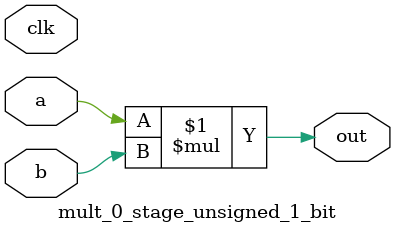
<source format=sv>
(* use_dsp = "yes" *) module mult_0_stage_unsigned_1_bit(
	input  [0:0] a,
	input  [0:0] b,
	output [0:0] out,
	input clk);

	assign out = a * b;
endmodule

</source>
